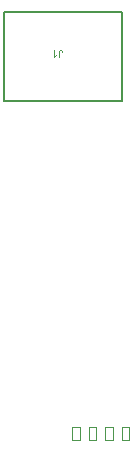
<source format=gbr>
G04*
G04 #@! TF.GenerationSoftware,Altium Limited,Altium Designer,23.10.1 (27)*
G04*
G04 Layer_Color=16711935*
%FSLAX44Y44*%
%MOMM*%
G71*
G04*
G04 #@! TF.SameCoordinates,EE71AB0A-04B5-4847-A965-A32D4C1E190E*
G04*
G04*
G04 #@! TF.FilePolarity,Positive*
G04*
G01*
G75*
%ADD11C,0.1000*%
%ADD12C,0.2000*%
G36*
X2078156Y355730D02*
X2078230Y355721D01*
X2078304Y355712D01*
X2078498Y355675D01*
X2078701Y355619D01*
X2078914Y355536D01*
X2079025Y355480D01*
X2079127Y355416D01*
X2079219Y355342D01*
X2079312Y355258D01*
X2079321Y355249D01*
X2079330Y355240D01*
X2079349Y355203D01*
X2079376Y355166D01*
X2079413Y355120D01*
X2079450Y355055D01*
X2079487Y354981D01*
X2079534Y354898D01*
X2079570Y354805D01*
X2079608Y354695D01*
X2079644Y354584D01*
X2079682Y354454D01*
X2079700Y354315D01*
X2079728Y354158D01*
X2079737Y354001D01*
Y353825D01*
X2078970Y353714D01*
Y353724D01*
Y353742D01*
Y353779D01*
X2078960Y353835D01*
X2078951Y353890D01*
Y353955D01*
X2078923Y354112D01*
X2078896Y354278D01*
X2078840Y354445D01*
X2078785Y354593D01*
X2078748Y354658D01*
X2078701Y354713D01*
X2078692Y354722D01*
X2078655Y354750D01*
X2078600Y354796D01*
X2078526Y354842D01*
X2078424Y354898D01*
X2078313Y354935D01*
X2078174Y354972D01*
X2078026Y354981D01*
X2077971D01*
X2077916Y354972D01*
X2077832Y354963D01*
X2077749Y354944D01*
X2077657Y354926D01*
X2077564Y354889D01*
X2077472Y354842D01*
X2077462Y354833D01*
X2077435Y354815D01*
X2077398Y354778D01*
X2077342Y354741D01*
X2077296Y354676D01*
X2077241Y354611D01*
X2077194Y354537D01*
X2077157Y354445D01*
Y354436D01*
X2077139Y354399D01*
X2077130Y354334D01*
X2077111Y354251D01*
X2077093Y354140D01*
X2077083Y354001D01*
X2077065Y353835D01*
Y353641D01*
Y349230D01*
X2076214D01*
Y353594D01*
Y353604D01*
Y353631D01*
Y353668D01*
Y353724D01*
X2076224Y353798D01*
Y353872D01*
X2076242Y354047D01*
X2076261Y354251D01*
X2076298Y354463D01*
X2076353Y354658D01*
X2076418Y354842D01*
Y354852D01*
X2076427Y354861D01*
X2076455Y354916D01*
X2076501Y354990D01*
X2076566Y355092D01*
X2076658Y355194D01*
X2076760Y355305D01*
X2076889Y355416D01*
X2077037Y355508D01*
X2077056Y355517D01*
X2077111Y355545D01*
X2077194Y355582D01*
X2077315Y355619D01*
X2077462Y355665D01*
X2077629Y355702D01*
X2077814Y355730D01*
X2078017Y355739D01*
X2078100D01*
X2078156Y355730D01*
D02*
G37*
G36*
X2072978Y350626D02*
X2072988Y350636D01*
X2073034Y350673D01*
X2073089Y350728D01*
X2073182Y350793D01*
X2073284Y350876D01*
X2073413Y350969D01*
X2073561Y351070D01*
X2073727Y351172D01*
X2073737D01*
X2073746Y351181D01*
X2073801Y351218D01*
X2073894Y351264D01*
X2074005Y351320D01*
X2074134Y351385D01*
X2074273Y351449D01*
X2074411Y351514D01*
X2074550Y351570D01*
Y350811D01*
X2074541D01*
X2074522Y350793D01*
X2074485Y350784D01*
X2074439Y350756D01*
X2074384Y350728D01*
X2074319Y350691D01*
X2074162Y350599D01*
X2073977Y350497D01*
X2073792Y350368D01*
X2073598Y350220D01*
X2073404Y350062D01*
X2073394Y350053D01*
X2073385Y350044D01*
X2073358Y350016D01*
X2073320Y349989D01*
X2073237Y349896D01*
X2073126Y349785D01*
X2073015Y349656D01*
X2072895Y349508D01*
X2072793Y349360D01*
X2072701Y349203D01*
X2072193D01*
Y355628D01*
X2072978D01*
Y350626D01*
D02*
G37*
D11*
X2087660Y36990D02*
X2093660D01*
X2087660Y25990D02*
X2093660D01*
Y36990D01*
X2087660Y25990D02*
Y36990D01*
X2115600D02*
X2121600D01*
X2115600Y25990D02*
X2121600D01*
Y36990D01*
X2115600Y25990D02*
Y36990D01*
X2101630D02*
X2107630D01*
X2101630Y25990D02*
X2107630D01*
Y36990D01*
X2101630Y25990D02*
Y36990D01*
X2129570D02*
X2135570D01*
X2129570Y25990D02*
X2135570D01*
Y36990D01*
X2129570Y25990D02*
Y36990D01*
D12*
X2030000Y312700D02*
Y387950D01*
Y312700D02*
X2129400D01*
X2030000Y387950D02*
X2129400D01*
Y312700D02*
Y387950D01*
M02*

</source>
